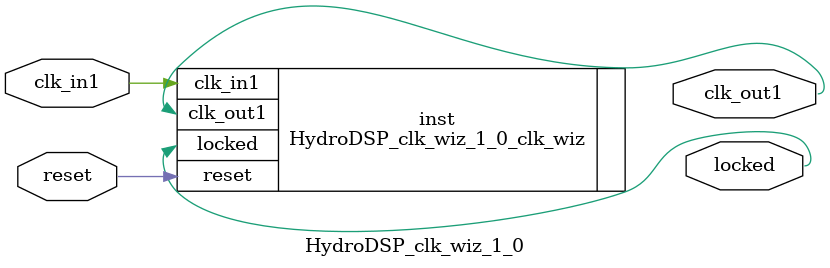
<source format=v>


`timescale 1ps/1ps

(* CORE_GENERATION_INFO = "HydroDSP_clk_wiz_1_0,clk_wiz_v6_0_12_0_0,{component_name=HydroDSP_clk_wiz_1_0,use_phase_alignment=true,use_min_o_jitter=false,use_max_i_jitter=false,use_dyn_phase_shift=false,use_inclk_switchover=false,use_dyn_reconfig=false,enable_axi=0,feedback_source=FDBK_AUTO,PRIMITIVE=MMCM,num_out_clk=1,clkin1_period=10.000,clkin2_period=10.000,use_power_down=false,use_reset=true,use_locked=true,use_inclk_stopped=false,feedback_type=SINGLE,CLOCK_MGR_TYPE=NA,manual_override=false}" *)

module HydroDSP_clk_wiz_1_0 
 (
  // Clock out ports
  output        clk_out1,
  // Status and control signals
  input         reset,
  output        locked,
 // Clock in ports
  input         clk_in1
 );

  HydroDSP_clk_wiz_1_0_clk_wiz inst
  (
  // Clock out ports  
  .clk_out1(clk_out1),
  // Status and control signals               
  .reset(reset), 
  .locked(locked),
 // Clock in ports
  .clk_in1(clk_in1)
  );

endmodule

</source>
